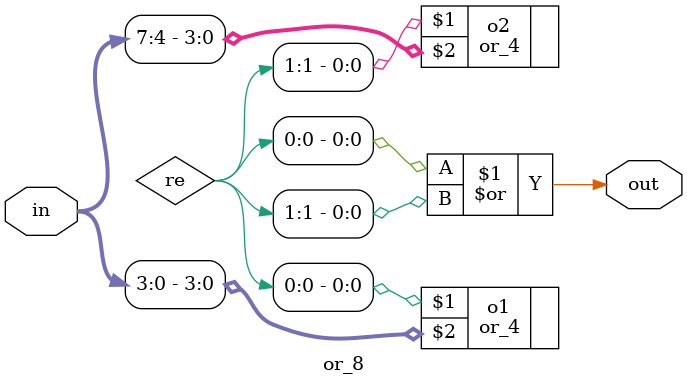
<source format=sv>
`timescale 1ns/10ps
module or_8 (out,in);
	input logic [7:0]in;
	output logic out;
	
	logic [1:0]re;
	
	or_4 o1(re[0],in[3:0]);
	or_4 o2(re[1],in[7:4]);
	or #50 o3(out,re[0],re[1]);

endmodule
</source>
